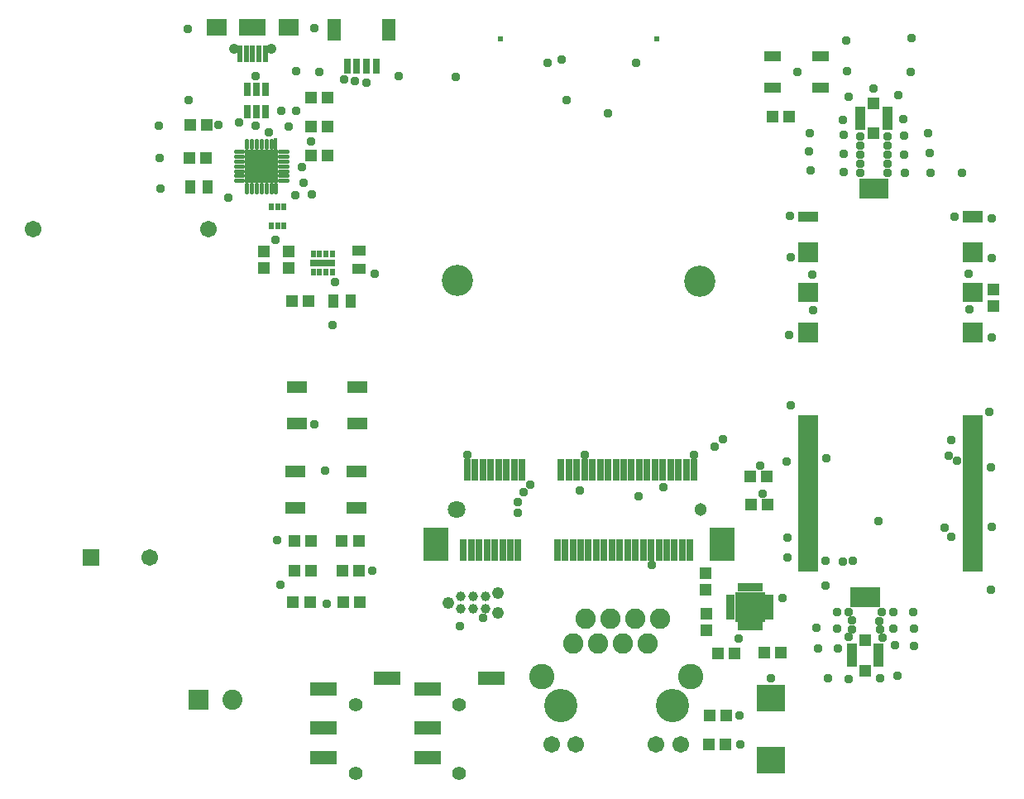
<source format=gbr>
G04 EAGLE Gerber RS-274X export*
G75*
%MOMM*%
%FSLAX34Y34*%
%LPD*%
%INSoldermask Top*%
%IPPOS*%
%AMOC8*
5,1,8,0,0,1.08239X$1,22.5*%
G01*
%ADD10R,2.053200X1.003200*%
%ADD11R,1.003200X2.053200*%
%ADD12R,2.053200X1.203200*%
%ADD13C,1.803200*%
%ADD14C,1.303200*%
%ADD15R,0.803200X2.203200*%
%ADD16R,2.503200X3.403200*%
%ADD17C,3.203200*%
%ADD18R,0.953200X0.503200*%
%ADD19R,0.503200X0.953200*%
%ADD20R,3.103200X3.103200*%
%ADD21R,2.703200X1.403200*%
%ADD22C,1.403200*%
%ADD23C,2.082800*%
%ADD24C,2.603200*%
%ADD25C,1.711200*%
%ADD26C,3.403200*%
%ADD27R,1.053200X2.403200*%
%ADD28R,1.203200X1.253200*%
%ADD29R,0.603200X1.653200*%
%ADD30C,1.053200*%
%ADD31R,2.000000X1.700000*%
%ADD32R,2.700000X1.700000*%
%ADD33R,0.803200X1.403200*%
%ADD34R,1.711200X1.711200*%
%ADD35R,0.503200X0.803200*%
%ADD36R,2.453200X0.803200*%
%ADD37R,0.823200X0.803200*%
%ADD38R,1.403200X1.003200*%
%ADD39R,1.003200X1.403200*%
%ADD40R,1.303200X1.203200*%
%ADD41R,1.203200X1.303200*%
%ADD42R,0.603200X0.703200*%
%ADD43R,2.003200X1.303200*%
%ADD44R,1.703200X1.103200*%
%ADD45R,2.053200X2.053200*%
%ADD46C,2.053200*%
%ADD47R,2.903200X2.753200*%
%ADD48R,1.403200X2.203200*%
%ADD49R,0.803200X1.553200*%
%ADD50C,0.603200*%
%ADD51R,0.445200X1.163200*%
%ADD52C,0.445200*%
%ADD53R,3.453200X3.453200*%
%ADD54C,0.990600*%
%ADD55C,1.219200*%
%ADD56C,0.959600*%


D10*
X857200Y595550D03*
X857200Y564350D03*
X857200Y554350D03*
X857200Y523150D03*
X857200Y513150D03*
X857200Y481950D03*
X857200Y471950D03*
X857200Y387450D03*
X857200Y377450D03*
X857200Y367450D03*
X857200Y357450D03*
X857200Y347450D03*
X857200Y337450D03*
X857200Y327450D03*
X857200Y317450D03*
X857200Y307450D03*
X857200Y297450D03*
X857200Y287450D03*
X857200Y277450D03*
X857200Y267450D03*
X857200Y257450D03*
X857200Y247450D03*
X857200Y237450D03*
D11*
X905150Y206300D03*
X915150Y206300D03*
X925150Y206300D03*
D10*
X1025200Y237450D03*
X1025200Y247450D03*
X1025200Y257450D03*
X1025200Y267450D03*
X1025200Y277450D03*
X1025200Y287450D03*
X1025200Y297450D03*
X1025200Y307450D03*
X1025200Y317450D03*
X1025200Y327450D03*
X1025200Y337450D03*
X1025200Y347450D03*
X1025200Y357450D03*
X1025200Y367450D03*
X1025200Y377450D03*
X1025200Y387450D03*
X1025200Y471950D03*
X1025200Y481950D03*
X1025200Y513150D03*
X1025200Y523150D03*
X1025200Y554350D03*
X1025200Y564350D03*
D12*
X1025200Y595550D03*
D11*
X934290Y624500D03*
X924290Y624500D03*
X914290Y624500D03*
D13*
X497070Y295470D03*
D14*
X747070Y295470D03*
D15*
X504070Y254470D03*
X508070Y336470D03*
X512070Y254470D03*
X516070Y336470D03*
X520070Y254470D03*
X524070Y336470D03*
X528070Y254470D03*
X532070Y336470D03*
X536070Y254470D03*
X540070Y336470D03*
X544070Y254470D03*
X548070Y336470D03*
X552070Y254470D03*
X556070Y336470D03*
X560070Y254470D03*
X564070Y336470D03*
X600070Y254470D03*
X604070Y336470D03*
X608070Y254470D03*
X612070Y336470D03*
X616070Y254470D03*
X620070Y336470D03*
X624070Y254470D03*
X628070Y336470D03*
X632070Y254470D03*
X636070Y336470D03*
X640070Y254470D03*
X644070Y336470D03*
X648070Y254470D03*
X652070Y336470D03*
X656070Y254470D03*
X660070Y336470D03*
X664070Y254470D03*
X668070Y336470D03*
X672070Y254470D03*
X676070Y336470D03*
X680070Y254470D03*
X684070Y336470D03*
X688070Y254470D03*
X692070Y336470D03*
X696070Y254470D03*
X700070Y336470D03*
X704070Y254470D03*
X708070Y336470D03*
X712070Y254470D03*
X716070Y336470D03*
X720070Y254470D03*
X724070Y336470D03*
X728070Y254470D03*
X732070Y336470D03*
X736070Y254470D03*
X740070Y336470D03*
D16*
X475570Y260470D03*
X768570Y260470D03*
D17*
X498070Y530470D03*
X746070Y529470D03*
D18*
X777500Y206100D03*
X777500Y201100D03*
X777500Y196100D03*
X777500Y191100D03*
X777500Y186100D03*
D19*
X787500Y176100D03*
X792500Y176100D03*
X797500Y176100D03*
X802500Y176100D03*
X807500Y176100D03*
D18*
X817500Y186100D03*
X817500Y191100D03*
X817500Y196100D03*
X817500Y201100D03*
X817500Y206100D03*
D19*
X807500Y216100D03*
X802500Y216100D03*
X797500Y216100D03*
X792500Y216100D03*
X787500Y216100D03*
D20*
X797500Y196100D03*
D21*
X360900Y112000D03*
X425900Y123000D03*
X360900Y72000D03*
X360900Y42000D03*
D22*
X393400Y26000D03*
X393400Y96000D03*
D21*
X467500Y112000D03*
X532500Y123000D03*
X467500Y72000D03*
X467500Y42000D03*
D22*
X500000Y26000D03*
X500000Y96000D03*
D23*
X704950Y184050D03*
X692250Y158650D03*
X679550Y184050D03*
X654150Y184050D03*
X628750Y184050D03*
X666850Y158650D03*
X641450Y158650D03*
X616050Y158650D03*
D24*
X584300Y125200D03*
X736300Y125200D03*
D25*
X594300Y55200D03*
X726300Y55200D03*
X701300Y55200D03*
X619300Y55200D03*
D26*
X603350Y95150D03*
X717650Y95150D03*
D27*
X937750Y696500D03*
X910250Y696500D03*
D28*
X924000Y681250D03*
X924000Y711750D03*
D27*
X901550Y146400D03*
X929050Y146400D03*
D28*
X915300Y161650D03*
X915300Y131150D03*
D29*
X288100Y762450D03*
X294600Y762450D03*
X301100Y762450D03*
X281600Y762450D03*
X275100Y762450D03*
D30*
X307100Y767700D03*
X269100Y767700D03*
D31*
X324940Y789700D03*
X251260Y789700D03*
D32*
X288100Y789700D03*
D33*
X301500Y726200D03*
X292000Y726200D03*
X282500Y726200D03*
X282500Y703200D03*
X292000Y703200D03*
X301500Y703200D03*
D34*
X123200Y246800D03*
D25*
X183200Y246800D03*
X63200Y582800D03*
X243200Y582800D03*
D35*
X350150Y538800D03*
X356650Y538800D03*
X363150Y538800D03*
X369650Y538800D03*
X369650Y557800D03*
X363150Y557800D03*
X356650Y557800D03*
X350150Y557800D03*
D36*
X359900Y548300D03*
D37*
X351740Y548300D03*
X368060Y548300D03*
X359900Y548300D03*
D38*
X397238Y542508D03*
X397238Y560508D03*
D39*
X370900Y509550D03*
X388900Y509550D03*
D40*
X345300Y509550D03*
X328300Y509550D03*
D41*
X299900Y560300D03*
X299900Y543300D03*
X324900Y542900D03*
X324900Y559900D03*
D40*
X348100Y717850D03*
X365100Y717850D03*
X348100Y687850D03*
X365100Y687850D03*
X348100Y657850D03*
X365100Y657850D03*
D39*
X224300Y626000D03*
X242300Y626000D03*
D40*
X224300Y689600D03*
X241300Y689600D03*
X223800Y655700D03*
X240800Y655700D03*
D42*
X320300Y586500D03*
X313800Y586500D03*
X307300Y586500D03*
X307300Y605500D03*
X313800Y605500D03*
X320300Y605500D03*
D43*
X333758Y384072D03*
X395758Y384072D03*
X333758Y421072D03*
X395758Y421072D03*
D41*
X1046700Y520700D03*
X1046700Y503700D03*
D43*
X332358Y297832D03*
X394358Y297832D03*
X332358Y334832D03*
X394358Y334832D03*
D44*
X820552Y760222D03*
X820552Y727222D03*
X869552Y760222D03*
X869552Y727222D03*
D40*
X820432Y698188D03*
X837432Y698188D03*
D45*
X232500Y101000D03*
D46*
X267500Y101000D03*
D40*
X773000Y85000D03*
X756000Y85000D03*
X772500Y55000D03*
X755500Y55000D03*
D41*
X752000Y213500D03*
X752000Y230500D03*
D40*
X812000Y149500D03*
X829000Y149500D03*
D41*
X752500Y172500D03*
X752500Y189500D03*
D40*
X764500Y148500D03*
X781500Y148500D03*
D47*
X819000Y39300D03*
X819000Y102700D03*
D48*
X428000Y786750D03*
X372000Y786750D03*
D49*
X415000Y750000D03*
X405000Y750000D03*
X395000Y750000D03*
X385000Y750000D03*
D50*
X701900Y777890D03*
X541900Y777890D03*
D51*
X312000Y670260D03*
D52*
X307000Y673850D02*
X307000Y666670D01*
X302000Y666670D02*
X302000Y673850D01*
X297000Y673850D02*
X297000Y666670D01*
X292000Y666670D02*
X292000Y673850D01*
X287000Y673850D02*
X287000Y666670D01*
X282000Y666670D02*
X282000Y673850D01*
X282000Y628330D02*
X282000Y621150D01*
X287000Y621150D02*
X287000Y628330D01*
X292000Y628330D02*
X292000Y621150D01*
X297000Y621150D02*
X297000Y628330D01*
X302000Y628330D02*
X302000Y621150D01*
X307000Y621150D02*
X307000Y628330D01*
X312000Y628330D02*
X312000Y621150D01*
X277830Y662500D02*
X270650Y662500D01*
X270650Y657500D02*
X277830Y657500D01*
X277830Y652500D02*
X270650Y652500D01*
X270650Y647500D02*
X277830Y647500D01*
X277830Y642500D02*
X270650Y642500D01*
X270650Y637500D02*
X277830Y637500D01*
X277830Y632500D02*
X270650Y632500D01*
X316170Y632500D02*
X323350Y632500D01*
X323350Y637500D02*
X316170Y637500D01*
X316170Y642500D02*
X323350Y642500D01*
X323350Y647500D02*
X316170Y647500D01*
X316170Y652500D02*
X323350Y652500D01*
X323350Y657500D02*
X316170Y657500D01*
X316170Y662500D02*
X323350Y662500D01*
D53*
X297000Y647500D03*
D40*
X797570Y329548D03*
X814570Y329548D03*
X798086Y300818D03*
X815086Y300818D03*
X347828Y233164D03*
X330828Y233164D03*
X379985Y232910D03*
X396985Y232910D03*
X330828Y263398D03*
X347828Y263398D03*
X379731Y263398D03*
X396731Y263398D03*
X346828Y201168D03*
X329828Y201168D03*
X380985Y200660D03*
X397985Y200660D03*
D54*
X501396Y194056D03*
X514096Y194056D03*
X526796Y194056D03*
X526796Y206756D03*
X514096Y206756D03*
X501396Y206756D03*
D55*
X488696Y200406D03*
X539496Y210566D03*
X539496Y190246D03*
D56*
X372618Y528320D03*
X296672Y647446D03*
X223012Y714756D03*
X291592Y739394D03*
X332740Y744728D03*
X356616Y743458D03*
X438150Y739902D03*
X609600Y715010D03*
X680720Y753110D03*
X495808Y738632D03*
X910082Y640080D03*
X910082Y649732D03*
X910082Y659384D03*
X910082Y668274D03*
X909828Y677926D03*
X938022Y640080D03*
X938276Y649732D03*
X938022Y659130D03*
X938022Y668274D03*
X938022Y677418D03*
X893318Y679196D03*
X893572Y659638D03*
X893318Y641604D03*
X956056Y640842D03*
X954786Y659384D03*
X955040Y678180D03*
X954278Y695198D03*
X892048Y694944D03*
X898144Y718566D03*
X949452Y720090D03*
X923544Y726694D03*
X859028Y643382D03*
X858266Y681228D03*
X979932Y680720D03*
X981964Y640334D03*
X931926Y190754D03*
X929894Y181864D03*
X930148Y173228D03*
X933196Y164592D03*
X898144Y190754D03*
X901446Y182118D03*
X901446Y173482D03*
X898144Y165354D03*
X886714Y191008D03*
X886460Y173736D03*
X886968Y153416D03*
X944118Y190754D03*
X944372Y174244D03*
X945388Y156718D03*
X865632Y174752D03*
X867410Y153416D03*
X876808Y123444D03*
X964946Y173990D03*
X964438Y190754D03*
X965454Y156464D03*
X948436Y125730D03*
X898652Y122428D03*
X930656Y123190D03*
X1014222Y640588D03*
X981456Y660654D03*
X857758Y662432D03*
X838200Y596138D03*
X839470Y553974D03*
X837438Y474218D03*
X839470Y402590D03*
X1042670Y395732D03*
X1044956Y471932D03*
X1044956Y553466D03*
X1044956Y594106D03*
X1044194Y339344D03*
X1044702Y277876D03*
X1044194Y213868D03*
X834898Y345186D03*
X623062Y315468D03*
X708660Y319024D03*
X363728Y199390D03*
X313436Y264922D03*
X351536Y383286D03*
X311912Y572008D03*
X332232Y617220D03*
X263652Y614934D03*
X192278Y688848D03*
X192786Y655320D03*
X193548Y624078D03*
X351282Y788416D03*
X221996Y787908D03*
X896620Y744728D03*
X896112Y775970D03*
X962660Y778256D03*
X962152Y743966D03*
X317500Y703580D03*
X332740Y703580D03*
X325374Y688086D03*
X524284Y185166D03*
X413004Y537464D03*
X1006602Y595376D03*
X508070Y351776D03*
X628070Y351776D03*
X740070Y351776D03*
X404992Y732804D03*
X831000Y205500D03*
X370205Y484759D03*
X696722Y238760D03*
X362204Y335788D03*
X1003046Y367284D03*
X652018Y701802D03*
X500380Y176530D03*
X861060Y536702D03*
X862330Y499872D03*
X1020826Y536956D03*
X1022096Y500888D03*
X769366Y367538D03*
X339090Y646430D03*
X761238Y360172D03*
X340254Y630428D03*
X874522Y217678D03*
X874649Y243205D03*
X559332Y303802D03*
X1003681Y267589D03*
X291500Y688500D03*
X305000Y681500D03*
X253000Y689500D03*
X274000Y692000D03*
X348100Y673000D03*
X348608Y618108D03*
X835660Y267462D03*
X565912Y313436D03*
X559928Y292326D03*
X835660Y247142D03*
X996950Y277368D03*
X572770Y321564D03*
X316738Y219074D03*
X902970Y243586D03*
X410591Y232791D03*
X892556Y242316D03*
X875500Y348000D03*
X845820Y743712D03*
X1000760Y351282D03*
X786638Y84836D03*
X1009142Y346202D03*
X787400Y55118D03*
X785500Y163500D03*
X819000Y123500D03*
X392938Y734568D03*
X807466Y340642D03*
X590296Y752856D03*
X381508Y736092D03*
X810006Y311912D03*
X604266Y756158D03*
X928878Y283972D03*
X683260Y309372D03*
M02*

</source>
